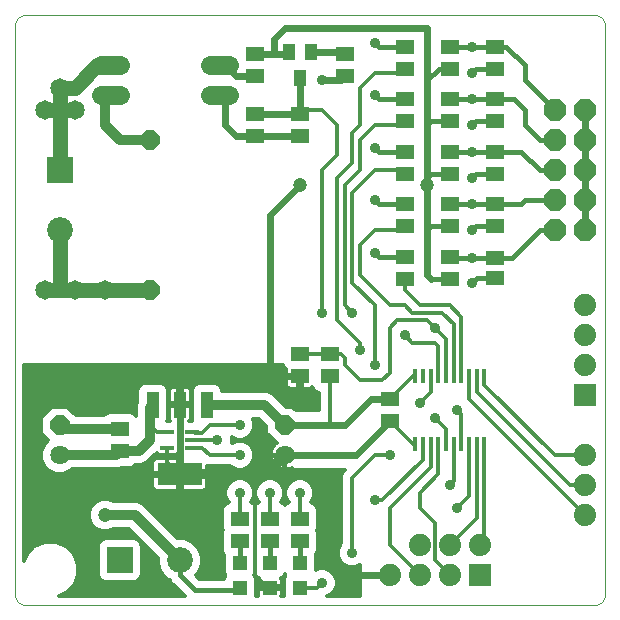
<source format=gtl>
G75*
G70*
%OFA0B0*%
%FSLAX24Y24*%
%IPPOS*%
%LPD*%
%AMOC8*
5,1,8,0,0,1.08239X$1,22.5*
%
%ADD10C,0.0000*%
%ADD11R,0.0118X0.0472*%
%ADD12R,0.0591X0.0512*%
%ADD13R,0.0472X0.0472*%
%ADD14R,0.1500X0.0760*%
%ADD15R,0.0420X0.0860*%
%ADD16R,0.0740X0.0740*%
%ADD17C,0.0740*%
%ADD18C,0.0640*%
%ADD19R,0.0860X0.0860*%
%ADD20C,0.0860*%
%ADD21OC8,0.0640*%
%ADD22OC8,0.0720*%
%ADD23R,0.0460X0.0140*%
%ADD24C,0.0640*%
%ADD25R,0.0394X0.0551*%
%ADD26C,0.0160*%
%ADD27C,0.0356*%
%ADD28C,0.0120*%
%ADD29C,0.0320*%
%ADD30C,0.0240*%
%ADD31C,0.0650*%
%ADD32C,0.0500*%
%ADD33C,0.0472*%
D10*
X000160Y000554D02*
X000160Y019451D01*
X000162Y019490D01*
X000168Y019528D01*
X000177Y019565D01*
X000190Y019602D01*
X000207Y019637D01*
X000226Y019670D01*
X000249Y019701D01*
X000275Y019730D01*
X000304Y019756D01*
X000335Y019779D01*
X000368Y019798D01*
X000403Y019815D01*
X000440Y019828D01*
X000477Y019837D01*
X000515Y019843D01*
X000554Y019845D01*
X019451Y019845D01*
X019490Y019843D01*
X019528Y019837D01*
X019565Y019828D01*
X019602Y019815D01*
X019637Y019798D01*
X019670Y019779D01*
X019701Y019756D01*
X019730Y019730D01*
X019756Y019701D01*
X019779Y019670D01*
X019798Y019637D01*
X019815Y019602D01*
X019828Y019565D01*
X019837Y019528D01*
X019843Y019490D01*
X019845Y019451D01*
X019845Y000554D01*
X019843Y000515D01*
X019837Y000477D01*
X019828Y000440D01*
X019815Y000403D01*
X019798Y000368D01*
X019779Y000335D01*
X019756Y000304D01*
X019730Y000275D01*
X019701Y000249D01*
X019670Y000226D01*
X019637Y000207D01*
X019602Y000190D01*
X019565Y000177D01*
X019528Y000168D01*
X019490Y000162D01*
X019451Y000160D01*
X000554Y000160D01*
X000515Y000162D01*
X000477Y000168D01*
X000440Y000177D01*
X000403Y000190D01*
X000368Y000207D01*
X000335Y000226D01*
X000304Y000249D01*
X000275Y000275D01*
X000249Y000304D01*
X000226Y000335D01*
X000207Y000368D01*
X000190Y000403D01*
X000177Y000440D01*
X000168Y000477D01*
X000162Y000515D01*
X000160Y000554D01*
D11*
X013508Y005518D03*
X013764Y005518D03*
X014020Y005518D03*
X014276Y005518D03*
X014532Y005518D03*
X014788Y005518D03*
X015044Y005518D03*
X015300Y005518D03*
X015556Y005518D03*
X015812Y005518D03*
X015812Y007802D03*
X015556Y007802D03*
X015300Y007802D03*
X015044Y007802D03*
X014788Y007802D03*
X014532Y007802D03*
X014276Y007802D03*
X014020Y007802D03*
X013764Y007802D03*
X013508Y007802D03*
D12*
X012660Y007034D03*
X012660Y006286D03*
X010660Y007786D03*
X010660Y008534D03*
X009660Y008534D03*
X009660Y007786D03*
X013160Y011036D03*
X013160Y011784D03*
X013160Y012786D03*
X013160Y013534D03*
X013160Y014536D03*
X013160Y015284D03*
X013160Y016286D03*
X013160Y017034D03*
X013160Y018036D03*
X013160Y018784D03*
X014660Y018784D03*
X014660Y018036D03*
X014660Y017034D03*
X014660Y016286D03*
X014660Y015284D03*
X014660Y014536D03*
X014660Y013534D03*
X014660Y012786D03*
X014660Y011784D03*
X014660Y011036D03*
X016160Y011075D03*
X016160Y011745D03*
X016160Y012786D03*
X016160Y013534D03*
X016160Y014536D03*
X016160Y015284D03*
X016160Y016286D03*
X016160Y017034D03*
X016160Y018036D03*
X016160Y018784D03*
X011160Y018534D03*
X011160Y017786D03*
X009660Y016534D03*
X009660Y015786D03*
X008160Y015786D03*
X008160Y016534D03*
X008160Y017786D03*
X008160Y018534D03*
X003660Y006034D03*
X003660Y005286D03*
X007660Y003034D03*
X007660Y002286D03*
X008660Y002286D03*
X008660Y003034D03*
X009660Y003034D03*
X009660Y002286D03*
D13*
X009660Y001573D03*
X009660Y000747D03*
X008660Y000747D03*
X008660Y001573D03*
X007660Y001573D03*
X007660Y000747D03*
D14*
X005660Y004518D03*
D15*
X005660Y006841D03*
X006566Y006841D03*
X004754Y006841D03*
D16*
X015660Y001160D03*
X019160Y007160D03*
D17*
X019160Y008160D03*
X019160Y009160D03*
X019160Y010160D03*
X019160Y005160D03*
X019160Y004160D03*
X019160Y003160D03*
X015660Y002160D03*
X014660Y002160D03*
X014660Y001160D03*
X013660Y001160D03*
X013660Y002160D03*
X012660Y001160D03*
D18*
X007300Y017160D02*
X006660Y017160D01*
X006660Y018160D02*
X007300Y018160D01*
X003660Y018160D02*
X003020Y018160D01*
X003020Y017160D02*
X003660Y017160D01*
D19*
X001660Y014660D03*
X003660Y001660D03*
D20*
X005660Y001660D03*
X001660Y012660D03*
D21*
X004660Y010660D03*
X001660Y006160D03*
X009160Y006160D03*
X004660Y015660D03*
D22*
X018160Y015660D03*
X018160Y014660D03*
X018160Y013660D03*
X018160Y012660D03*
X019160Y012660D03*
X019160Y013660D03*
X019160Y014660D03*
X019160Y015660D03*
X019160Y016660D03*
X018160Y016660D03*
D23*
X006070Y005920D03*
X006070Y005660D03*
X006070Y005400D03*
X005250Y005400D03*
X005250Y005920D03*
D24*
X001660Y005160D03*
X009160Y005160D03*
D25*
X009660Y017727D03*
X009286Y018593D03*
X010034Y018593D03*
D26*
X012160Y018910D02*
X012286Y018784D01*
X013160Y018784D01*
X014286Y018036D02*
X013910Y017660D01*
X014286Y018036D02*
X014660Y018036D01*
X014660Y018784D02*
X015410Y018784D01*
X016160Y018784D01*
X016536Y018784D01*
X017160Y018160D01*
X017160Y017660D01*
X018160Y016660D01*
X018160Y015660D02*
X017660Y015660D01*
X017160Y016160D01*
X017160Y016660D01*
X016786Y017034D01*
X016160Y017034D01*
X015410Y017034D01*
X014660Y017034D01*
X014660Y016286D02*
X014036Y016286D01*
X013910Y016160D01*
X013160Y017034D02*
X012286Y017034D01*
X012160Y017160D01*
X012160Y015410D02*
X012286Y015284D01*
X013160Y015284D01*
X014036Y014536D02*
X013910Y014410D01*
X014036Y014536D02*
X014660Y014536D01*
X014660Y015284D02*
X015410Y015284D01*
X016160Y015284D01*
X017036Y015284D01*
X017660Y014660D01*
X018160Y014660D01*
X018160Y013660D02*
X017160Y013660D01*
X017034Y013534D01*
X016160Y013534D01*
X015410Y013534D01*
X014660Y013534D01*
X014660Y012786D02*
X014036Y012786D01*
X013910Y012660D01*
X013160Y013534D02*
X012286Y013534D01*
X012160Y013660D01*
X012160Y011910D02*
X012286Y011784D01*
X013160Y011784D01*
X014036Y011036D02*
X014660Y011036D01*
X014699Y011745D02*
X015410Y011745D01*
X016160Y011745D01*
X016745Y011745D01*
X017660Y012660D01*
X018160Y012660D01*
X016160Y012786D02*
X015536Y012786D01*
X015410Y012660D01*
X014660Y011784D02*
X014699Y011745D01*
X015410Y010910D02*
X015575Y011075D01*
X016160Y011075D01*
X015410Y014410D02*
X015536Y014536D01*
X016160Y014536D01*
X015410Y016160D02*
X015536Y016286D01*
X016160Y016286D01*
X016160Y018036D02*
X015536Y018036D01*
X015410Y017910D01*
X009660Y002286D02*
X009660Y001573D01*
X008660Y001573D02*
X008660Y002286D01*
X007660Y002286D02*
X007660Y001573D01*
X007660Y000747D02*
X007573Y000660D01*
X006160Y000660D01*
X005660Y001160D01*
X005660Y001660D01*
D27*
X007660Y003910D03*
X008660Y003910D03*
X009660Y003910D03*
X007660Y005160D03*
X006910Y005660D03*
X007660Y006160D03*
X010410Y009910D03*
X011410Y009910D03*
X011660Y008660D03*
X012160Y008160D03*
X013160Y009160D03*
X014160Y009410D03*
X015410Y010910D03*
X015410Y011745D03*
X015410Y012660D03*
X015410Y013534D03*
X015410Y014410D03*
X015410Y015284D03*
X015410Y016160D03*
X015410Y017034D03*
X015410Y017910D03*
X015410Y018784D03*
X012160Y018910D03*
X010410Y017660D03*
X012160Y017160D03*
X012160Y015410D03*
X012160Y013660D03*
X012160Y011910D03*
X013660Y006910D03*
X014160Y006410D03*
X014910Y006660D03*
X012660Y005160D03*
X012160Y003660D03*
X011410Y001910D03*
X010410Y000910D03*
X014660Y004160D03*
X014910Y003410D03*
D28*
X015300Y003800D01*
X015300Y005518D01*
X015556Y005518D02*
X015556Y003056D01*
X014660Y002160D01*
X014160Y001660D02*
X014160Y002910D01*
X013660Y003410D01*
X013660Y003910D01*
X014276Y004526D01*
X014276Y005518D01*
X014020Y005518D02*
X014020Y004770D01*
X012660Y003410D01*
X012660Y002160D01*
X013660Y001160D01*
X014160Y001660D02*
X014660Y001160D01*
X015660Y002160D02*
X015812Y002312D01*
X015812Y005518D01*
X015044Y005518D02*
X015044Y006526D01*
X014910Y006660D01*
X015300Y007020D02*
X019160Y003160D01*
X019160Y004160D02*
X018660Y004160D01*
X015556Y007264D01*
X015556Y007802D01*
X015300Y007802D02*
X015300Y007020D01*
X015812Y007508D02*
X018160Y005160D01*
X019160Y005160D01*
X015812Y007508D02*
X015812Y007802D01*
X015044Y007802D02*
X015044Y009776D01*
X014660Y010160D01*
X013660Y010160D01*
X013160Y010660D01*
X013160Y011036D01*
X013160Y010160D02*
X012660Y010160D01*
X011660Y011160D01*
X011660Y012160D01*
X012160Y012660D01*
X013034Y012660D01*
X013160Y012786D01*
X011410Y013910D02*
X011410Y010910D01*
X012160Y010160D01*
X012160Y008160D01*
X012410Y007660D02*
X011660Y007660D01*
X011160Y008160D01*
X011160Y008410D01*
X011036Y008534D01*
X010660Y008534D01*
X009660Y008534D01*
X009089Y008160D02*
X009110Y008108D01*
X009195Y008024D01*
X009205Y008020D01*
X009205Y007846D01*
X009600Y007846D01*
X009600Y007726D01*
X009205Y007726D01*
X009205Y007509D01*
X009216Y007468D01*
X009237Y007432D01*
X009266Y007402D01*
X009303Y007381D01*
X009344Y007370D01*
X009600Y007370D01*
X009600Y007726D01*
X009720Y007726D01*
X009720Y007370D01*
X009976Y007370D01*
X010017Y007381D01*
X010054Y007402D01*
X010081Y007430D01*
X010110Y007360D01*
X010195Y007276D01*
X010300Y007232D01*
X010300Y006660D01*
X009537Y006660D01*
X009417Y006780D01*
X009191Y006780D01*
X008739Y007231D01*
X008570Y007301D01*
X007076Y007301D01*
X007076Y007331D01*
X007030Y007441D01*
X006945Y007525D01*
X006835Y007571D01*
X006296Y007571D01*
X006186Y007525D01*
X006101Y007441D01*
X006056Y007331D01*
X006056Y006351D01*
X006081Y006290D01*
X005975Y006290D01*
X005998Y006313D01*
X006019Y006349D01*
X006030Y006390D01*
X006030Y006796D01*
X006056Y006796D01*
X006030Y006796D02*
X005705Y006796D01*
X005705Y006886D01*
X006030Y006886D01*
X006030Y007292D01*
X006019Y007333D01*
X005998Y007369D01*
X005968Y007399D01*
X005932Y007420D01*
X005891Y007431D01*
X005705Y007431D01*
X005705Y006886D01*
X005615Y006886D01*
X005615Y006796D01*
X005290Y006796D01*
X005264Y006796D01*
X005290Y006796D02*
X005290Y006390D01*
X005301Y006349D01*
X005322Y006313D01*
X005345Y006290D01*
X005239Y006290D01*
X005264Y006351D01*
X005264Y007331D01*
X005219Y007441D01*
X005134Y007525D01*
X005024Y007571D01*
X004485Y007571D01*
X004375Y007525D01*
X004290Y007441D01*
X004244Y007331D01*
X004244Y006946D01*
X004200Y006838D01*
X004200Y006469D01*
X004125Y006544D01*
X004015Y006590D01*
X003305Y006590D01*
X003195Y006544D01*
X003145Y006494D01*
X002203Y006494D01*
X001917Y006780D01*
X001403Y006780D01*
X001040Y006417D01*
X001040Y005903D01*
X001283Y005660D01*
X001134Y005511D01*
X001040Y005283D01*
X001040Y005037D01*
X001134Y004809D01*
X001309Y004634D01*
X001537Y004540D01*
X001783Y004540D01*
X002011Y004634D01*
X002077Y004700D01*
X003626Y004700D01*
X003698Y004730D01*
X004015Y004730D01*
X004125Y004776D01*
X004175Y004826D01*
X004377Y004826D01*
X004547Y004896D01*
X004888Y005238D01*
X004892Y005232D01*
X004922Y005202D01*
X004958Y005181D01*
X004999Y005170D01*
X005250Y005170D01*
X005501Y005170D01*
X005542Y005181D01*
X005570Y005197D01*
X005586Y005160D01*
X005670Y005076D01*
X005720Y005055D01*
X005720Y004578D01*
X006570Y004578D01*
X006570Y004808D01*
X006588Y004800D01*
X007344Y004800D01*
X007389Y004755D01*
X007565Y004682D01*
X007755Y004682D01*
X007931Y004755D01*
X008065Y004889D01*
X008138Y005065D01*
X008138Y005255D01*
X008065Y005431D01*
X007931Y005565D01*
X007755Y005638D01*
X007565Y005638D01*
X007389Y005565D01*
X007388Y005564D01*
X007388Y005565D01*
X007388Y005755D01*
X007388Y005756D01*
X007389Y005755D01*
X007565Y005682D01*
X007755Y005682D01*
X007931Y005755D01*
X008065Y005889D01*
X008138Y006065D01*
X008138Y006255D01*
X008086Y006381D01*
X008288Y006381D01*
X008540Y006129D01*
X008540Y005903D01*
X008888Y005555D01*
X008847Y005526D01*
X008794Y005473D01*
X008749Y005412D01*
X008715Y005344D01*
X008692Y005272D01*
X008680Y005198D01*
X008680Y005180D01*
X009140Y005180D01*
X009140Y005140D01*
X009180Y005140D01*
X009180Y004680D01*
X009198Y004680D01*
X009272Y004692D01*
X009344Y004715D01*
X009410Y004749D01*
X009410Y004660D01*
X011151Y004660D01*
X011105Y004614D01*
X011050Y004482D01*
X011050Y002226D01*
X011005Y002181D01*
X010932Y002005D01*
X010932Y001815D01*
X011005Y001639D01*
X011139Y001505D01*
X011315Y001432D01*
X011505Y001432D01*
X011660Y001496D01*
X011660Y000460D01*
X010573Y000460D01*
X010681Y000505D01*
X010815Y000639D01*
X010888Y000815D01*
X010888Y001005D01*
X010815Y001181D01*
X010681Y001315D01*
X010505Y001388D01*
X010315Y001388D01*
X010196Y001339D01*
X010196Y001847D01*
X010210Y001860D01*
X010255Y001970D01*
X010255Y002602D01*
X010231Y002660D01*
X010255Y002718D01*
X010255Y003350D01*
X010210Y003460D01*
X010125Y003544D01*
X010020Y003588D01*
X010020Y003594D01*
X010065Y003639D01*
X010138Y003815D01*
X010138Y004005D01*
X010065Y004181D01*
X009931Y004315D01*
X009755Y004388D01*
X009565Y004388D01*
X009389Y004315D01*
X009255Y004181D01*
X009182Y004005D01*
X009182Y003815D01*
X009255Y003639D01*
X009300Y003594D01*
X009300Y003588D01*
X009195Y003544D01*
X009160Y003509D01*
X009125Y003544D01*
X009020Y003588D01*
X009020Y003594D01*
X009065Y003639D01*
X009138Y003815D01*
X009138Y004005D01*
X009065Y004181D01*
X008931Y004315D01*
X008755Y004388D01*
X008565Y004388D01*
X008389Y004315D01*
X008255Y004181D01*
X008182Y004005D01*
X008182Y003815D01*
X008255Y003639D01*
X008300Y003594D01*
X008300Y003588D01*
X008195Y003544D01*
X008160Y003509D01*
X008125Y003544D01*
X008020Y003588D01*
X008020Y003594D01*
X008065Y003639D01*
X008138Y003815D01*
X008138Y004005D01*
X008065Y004181D01*
X007931Y004315D01*
X007755Y004388D01*
X007565Y004388D01*
X007389Y004315D01*
X007255Y004181D01*
X007182Y004005D01*
X007182Y003815D01*
X007255Y003639D01*
X007300Y003594D01*
X007300Y003588D01*
X007195Y003544D01*
X007110Y003460D01*
X007065Y003350D01*
X007065Y002718D01*
X007089Y002660D01*
X007065Y002602D01*
X007065Y001970D01*
X007110Y001860D01*
X007124Y001847D01*
X007124Y001277D01*
X007169Y001167D01*
X007177Y001160D01*
X007169Y001153D01*
X007124Y001043D01*
X007124Y001040D01*
X006317Y001040D01*
X006195Y001163D01*
X006279Y001246D01*
X006390Y001515D01*
X006390Y001805D01*
X006279Y002074D01*
X006074Y002279D01*
X005805Y002390D01*
X005581Y002390D01*
X004550Y003421D01*
X004421Y003550D01*
X004251Y003620D01*
X003451Y003620D01*
X003267Y003696D01*
X003053Y003696D01*
X002856Y003615D01*
X002705Y003464D01*
X002624Y003267D01*
X002624Y003053D01*
X002705Y002856D01*
X002856Y002705D01*
X003053Y002624D01*
X003267Y002624D01*
X003451Y002700D01*
X003969Y002700D01*
X004930Y001739D01*
X004930Y001515D01*
X005041Y001246D01*
X005246Y001041D01*
X005309Y001015D01*
X005338Y000945D01*
X005823Y000460D01*
X001644Y000460D01*
X001868Y000553D01*
X002129Y000814D01*
X002271Y001156D01*
X002271Y001526D01*
X002129Y001868D01*
X001868Y002129D01*
X001526Y002271D01*
X001156Y002271D01*
X000814Y002129D01*
X000553Y001868D01*
X000460Y001644D01*
X000460Y008160D01*
X009089Y008160D01*
X009119Y008100D02*
X000460Y008100D01*
X000460Y007981D02*
X009205Y007981D01*
X009205Y007863D02*
X000460Y007863D01*
X000460Y007744D02*
X009600Y007744D01*
X009600Y007626D02*
X009720Y007626D01*
X009720Y007507D02*
X009600Y007507D01*
X009600Y007389D02*
X009720Y007389D01*
X010030Y007389D02*
X010099Y007389D01*
X010209Y007270D02*
X008645Y007270D01*
X008819Y007152D02*
X010300Y007152D01*
X010300Y007033D02*
X008938Y007033D01*
X009056Y006915D02*
X010300Y006915D01*
X010300Y006796D02*
X009175Y006796D01*
X009519Y006678D02*
X010300Y006678D01*
X010660Y006160D02*
X010660Y007786D01*
X011660Y008660D02*
X011660Y008910D01*
X010910Y009660D01*
X010910Y014410D01*
X011410Y014910D01*
X011410Y015910D01*
X011660Y016160D01*
X011660Y017410D01*
X012160Y017910D01*
X013034Y017910D01*
X013160Y018036D01*
X013160Y016286D02*
X013034Y016160D01*
X012160Y016160D01*
X011660Y015660D01*
X011660Y014660D01*
X011160Y014160D01*
X011160Y010160D01*
X011410Y009910D01*
X010410Y009910D02*
X010410Y014660D01*
X010910Y015160D01*
X010910Y016160D01*
X010410Y016660D01*
X009786Y016660D01*
X009660Y016534D01*
X012160Y014660D02*
X011410Y013910D01*
X012160Y014660D02*
X013036Y014660D01*
X013160Y014536D01*
X013160Y010160D02*
X013410Y009910D01*
X014410Y009910D01*
X014788Y009532D01*
X014788Y007802D01*
X014532Y007802D02*
X014532Y009038D01*
X014160Y009410D01*
X013910Y009660D01*
X012910Y009660D01*
X012660Y009410D01*
X012660Y007910D01*
X012410Y007660D01*
X012660Y007034D02*
X013428Y007802D01*
X013508Y007802D01*
X014020Y007802D02*
X014020Y007270D01*
X013660Y006910D01*
X014160Y006410D02*
X014532Y006038D01*
X014532Y005518D01*
X014788Y005518D02*
X014788Y004288D01*
X014660Y004160D01*
X013764Y005014D02*
X012410Y003660D01*
X012160Y003660D01*
X011410Y004410D02*
X012160Y005160D01*
X012660Y005160D01*
X013428Y005518D02*
X013508Y005518D01*
X013428Y005518D02*
X012660Y006286D01*
X013764Y005518D02*
X013764Y005014D01*
X011410Y004410D02*
X011410Y001910D01*
X011239Y001464D02*
X010196Y001464D01*
X010196Y001582D02*
X011062Y001582D01*
X010979Y001701D02*
X010196Y001701D01*
X010196Y001819D02*
X010932Y001819D01*
X010932Y001938D02*
X010242Y001938D01*
X010255Y002056D02*
X010953Y002056D01*
X011002Y002175D02*
X010255Y002175D01*
X010255Y002293D02*
X011050Y002293D01*
X011050Y002412D02*
X010255Y002412D01*
X010255Y002530D02*
X011050Y002530D01*
X011050Y002649D02*
X010236Y002649D01*
X010255Y002767D02*
X011050Y002767D01*
X011050Y002886D02*
X010255Y002886D01*
X010255Y003004D02*
X011050Y003004D01*
X011050Y003123D02*
X010255Y003123D01*
X010255Y003241D02*
X011050Y003241D01*
X011050Y003360D02*
X010251Y003360D01*
X010191Y003478D02*
X011050Y003478D01*
X011050Y003597D02*
X010023Y003597D01*
X010097Y003715D02*
X011050Y003715D01*
X011050Y003834D02*
X010138Y003834D01*
X010138Y003952D02*
X011050Y003952D01*
X011050Y004071D02*
X010111Y004071D01*
X010057Y004189D02*
X011050Y004189D01*
X011050Y004308D02*
X009939Y004308D01*
X009660Y003910D02*
X009660Y003034D01*
X009297Y003597D02*
X009023Y003597D01*
X009097Y003715D02*
X009223Y003715D01*
X009182Y003834D02*
X009138Y003834D01*
X009138Y003952D02*
X009182Y003952D01*
X009209Y004071D02*
X009111Y004071D01*
X009057Y004189D02*
X009263Y004189D01*
X009381Y004308D02*
X008939Y004308D01*
X009048Y004692D02*
X008976Y004715D01*
X008908Y004749D01*
X008847Y004794D01*
X008794Y004847D01*
X008749Y004908D01*
X008715Y004976D01*
X008692Y005048D01*
X008680Y005122D01*
X008680Y005140D01*
X009140Y005140D01*
X009140Y004680D01*
X009122Y004680D01*
X009048Y004692D01*
X009140Y004782D02*
X009180Y004782D01*
X009180Y004900D02*
X009140Y004900D01*
X009140Y005019D02*
X009180Y005019D01*
X009180Y005137D02*
X009140Y005137D01*
X008864Y004782D02*
X007958Y004782D01*
X008070Y004900D02*
X008756Y004900D01*
X008701Y005019D02*
X008119Y005019D01*
X008138Y005137D02*
X008680Y005137D01*
X008689Y005256D02*
X008138Y005256D01*
X008089Y005374D02*
X008730Y005374D01*
X008814Y005493D02*
X008004Y005493D01*
X007821Y005611D02*
X008832Y005611D01*
X008714Y005730D02*
X007870Y005730D01*
X008024Y005848D02*
X008595Y005848D01*
X008540Y005967D02*
X008097Y005967D01*
X008138Y006085D02*
X008540Y006085D01*
X008466Y006204D02*
X008138Y006204D01*
X008110Y006322D02*
X008347Y006322D01*
X007660Y006160D02*
X006660Y006160D01*
X006410Y005910D01*
X006160Y005910D01*
X006070Y005660D02*
X006910Y005660D01*
X007388Y005611D02*
X007499Y005611D01*
X007450Y005730D02*
X007388Y005730D01*
X007660Y005160D02*
X006660Y005160D01*
X006410Y005410D01*
X006160Y005410D01*
X005720Y005019D02*
X005600Y005019D01*
X005600Y005058D02*
X004889Y005058D01*
X004848Y005047D01*
X004812Y005026D01*
X004782Y004997D01*
X004761Y004960D01*
X004750Y004919D01*
X004750Y004578D01*
X005600Y004578D01*
X005600Y004458D01*
X005720Y004458D01*
X005720Y003978D01*
X006431Y003978D01*
X006472Y003989D01*
X006508Y004010D01*
X006538Y004040D01*
X006559Y004077D01*
X006570Y004117D01*
X006570Y004458D01*
X005720Y004458D01*
X005720Y004578D01*
X005600Y004578D01*
X005600Y005058D01*
X005609Y005137D02*
X004788Y005137D01*
X004804Y005019D02*
X004669Y005019D01*
X004750Y004900D02*
X004551Y004900D01*
X004750Y004782D02*
X004131Y004782D01*
X004750Y004663D02*
X002040Y004663D01*
X001794Y004545D02*
X005600Y004545D01*
X005660Y004518D02*
X005250Y004928D01*
X005250Y005400D01*
X005250Y005170D01*
X005250Y005400D01*
X005250Y005400D01*
X005250Y005374D02*
X005250Y005374D01*
X005250Y005256D02*
X005250Y005256D01*
X005600Y004900D02*
X005720Y004900D01*
X005720Y004782D02*
X005600Y004782D01*
X005600Y004663D02*
X005720Y004663D01*
X005720Y004545D02*
X011076Y004545D01*
X011050Y004426D02*
X006570Y004426D01*
X006570Y004308D02*
X007381Y004308D01*
X007263Y004189D02*
X006570Y004189D01*
X006556Y004071D02*
X007209Y004071D01*
X007182Y003952D02*
X000460Y003952D01*
X000460Y003834D02*
X007182Y003834D01*
X007223Y003715D02*
X000460Y003715D01*
X000460Y003597D02*
X002838Y003597D01*
X002720Y003478D02*
X000460Y003478D01*
X000460Y003360D02*
X002662Y003360D01*
X002624Y003241D02*
X000460Y003241D01*
X000460Y003123D02*
X002624Y003123D01*
X002644Y003004D02*
X000460Y003004D01*
X000460Y002886D02*
X002693Y002886D01*
X002795Y002767D02*
X000460Y002767D01*
X000460Y002649D02*
X002994Y002649D01*
X003060Y002344D02*
X002976Y002260D01*
X002930Y002150D01*
X002930Y001170D01*
X002976Y001060D01*
X003060Y000976D01*
X003170Y000930D01*
X004150Y000930D01*
X004260Y000976D01*
X004344Y001060D01*
X004390Y001170D01*
X004390Y002150D01*
X004344Y002260D01*
X004260Y002344D01*
X004150Y002390D01*
X003170Y002390D01*
X003060Y002344D01*
X003009Y002293D02*
X000460Y002293D01*
X000460Y002175D02*
X000923Y002175D01*
X000741Y002056D02*
X000460Y002056D01*
X000460Y001938D02*
X000622Y001938D01*
X000533Y001819D02*
X000460Y001819D01*
X000460Y001701D02*
X000483Y001701D01*
X000460Y002412D02*
X004258Y002412D01*
X004311Y002293D02*
X004376Y002293D01*
X004380Y002175D02*
X004495Y002175D01*
X004390Y002056D02*
X004613Y002056D01*
X004732Y001938D02*
X004390Y001938D01*
X004390Y001819D02*
X004850Y001819D01*
X004930Y001701D02*
X004390Y001701D01*
X004390Y001582D02*
X004930Y001582D01*
X004951Y001464D02*
X004390Y001464D01*
X004390Y001345D02*
X005000Y001345D01*
X005061Y001227D02*
X004390Y001227D01*
X004364Y001108D02*
X005180Y001108D01*
X005319Y000990D02*
X004274Y000990D01*
X005412Y000871D02*
X002153Y000871D01*
X002202Y000990D02*
X003046Y000990D01*
X002956Y001108D02*
X002251Y001108D01*
X002271Y001227D02*
X002930Y001227D01*
X002930Y001345D02*
X002271Y001345D01*
X002271Y001464D02*
X002930Y001464D01*
X002930Y001582D02*
X002248Y001582D01*
X002199Y001701D02*
X002930Y001701D01*
X002930Y001819D02*
X002150Y001819D01*
X002060Y001938D02*
X002930Y001938D01*
X002930Y002056D02*
X001941Y002056D01*
X001759Y002175D02*
X002940Y002175D01*
X003326Y002649D02*
X004021Y002649D01*
X004139Y002530D02*
X000460Y002530D01*
X000460Y004071D02*
X004764Y004071D01*
X004761Y004077D02*
X004782Y004040D01*
X004812Y004010D01*
X004848Y003989D01*
X004889Y003978D01*
X005600Y003978D01*
X005600Y004458D01*
X004750Y004458D01*
X004750Y004117D01*
X004761Y004077D01*
X004750Y004189D02*
X000460Y004189D01*
X000460Y004308D02*
X004750Y004308D01*
X004750Y004426D02*
X000460Y004426D01*
X000460Y004545D02*
X001526Y004545D01*
X001280Y004663D02*
X000460Y004663D01*
X000460Y004782D02*
X001162Y004782D01*
X001097Y004900D02*
X000460Y004900D01*
X000460Y005019D02*
X001048Y005019D01*
X001040Y005137D02*
X000460Y005137D01*
X000460Y005256D02*
X001040Y005256D01*
X001078Y005374D02*
X000460Y005374D01*
X000460Y005493D02*
X001127Y005493D01*
X001234Y005611D02*
X000460Y005611D01*
X000460Y005730D02*
X001214Y005730D01*
X001095Y005848D02*
X000460Y005848D01*
X000460Y005967D02*
X001040Y005967D01*
X001040Y006085D02*
X000460Y006085D01*
X000460Y006204D02*
X001040Y006204D01*
X001040Y006322D02*
X000460Y006322D01*
X000460Y006441D02*
X001064Y006441D01*
X001182Y006559D02*
X000460Y006559D01*
X000460Y006678D02*
X001301Y006678D01*
X002019Y006678D02*
X004200Y006678D01*
X004200Y006796D02*
X000460Y006796D01*
X000460Y006915D02*
X004232Y006915D01*
X004244Y007033D02*
X000460Y007033D01*
X000460Y007152D02*
X004244Y007152D01*
X004244Y007270D02*
X000460Y007270D01*
X000460Y007389D02*
X004268Y007389D01*
X004356Y007507D02*
X000460Y007507D01*
X000460Y007626D02*
X009205Y007626D01*
X009205Y007507D02*
X006964Y007507D01*
X007052Y007389D02*
X009290Y007389D01*
X009410Y004663D02*
X006570Y004663D01*
X006570Y004782D02*
X007362Y004782D01*
X007939Y004308D02*
X008381Y004308D01*
X008263Y004189D02*
X008057Y004189D01*
X008111Y004071D02*
X008209Y004071D01*
X008182Y003952D02*
X008138Y003952D01*
X008138Y003834D02*
X008182Y003834D01*
X008223Y003715D02*
X008097Y003715D01*
X008023Y003597D02*
X008297Y003597D01*
X008660Y003910D02*
X008660Y003034D01*
X007660Y003034D02*
X007660Y003910D01*
X007297Y003597D02*
X004308Y003597D01*
X004493Y003478D02*
X007129Y003478D01*
X007069Y003360D02*
X004611Y003360D01*
X004730Y003241D02*
X007065Y003241D01*
X007065Y003123D02*
X004848Y003123D01*
X004967Y003004D02*
X007065Y003004D01*
X007065Y002886D02*
X005085Y002886D01*
X005204Y002767D02*
X007065Y002767D01*
X007084Y002649D02*
X005322Y002649D01*
X005441Y002530D02*
X007065Y002530D01*
X007065Y002412D02*
X005559Y002412D01*
X006039Y002293D02*
X007065Y002293D01*
X007065Y002175D02*
X006178Y002175D01*
X006286Y002056D02*
X007065Y002056D01*
X007078Y001938D02*
X006335Y001938D01*
X006384Y001819D02*
X007124Y001819D01*
X007124Y001701D02*
X006390Y001701D01*
X006390Y001582D02*
X007124Y001582D01*
X007124Y001464D02*
X006369Y001464D01*
X006320Y001345D02*
X007124Y001345D01*
X007145Y001227D02*
X006259Y001227D01*
X006249Y001108D02*
X007151Y001108D01*
X008143Y001160D02*
X008151Y001167D01*
X008160Y001190D01*
X008169Y001167D01*
X008254Y001083D01*
X008288Y001068D01*
X008275Y001045D01*
X008264Y001004D01*
X008264Y000805D01*
X008602Y000805D01*
X008602Y000689D01*
X008264Y000689D01*
X008264Y000489D01*
X008272Y000460D01*
X008196Y000460D01*
X008196Y001043D01*
X008151Y001153D01*
X008143Y001160D01*
X008160Y001160D02*
X008160Y004518D01*
X006068Y006322D02*
X006003Y006322D01*
X006030Y006441D02*
X006056Y006441D01*
X006056Y006559D02*
X006030Y006559D01*
X006030Y006678D02*
X006056Y006678D01*
X006056Y006915D02*
X006030Y006915D01*
X006030Y007033D02*
X006056Y007033D01*
X006056Y007152D02*
X006030Y007152D01*
X006030Y007270D02*
X006056Y007270D01*
X006079Y007389D02*
X005979Y007389D01*
X006167Y007507D02*
X005153Y007507D01*
X005241Y007389D02*
X005341Y007389D01*
X005352Y007399D02*
X005322Y007369D01*
X005301Y007333D01*
X005290Y007292D01*
X005290Y006886D01*
X005615Y006886D01*
X005615Y007431D01*
X005429Y007431D01*
X005388Y007420D01*
X005352Y007399D01*
X005290Y007270D02*
X005264Y007270D01*
X005264Y007152D02*
X005290Y007152D01*
X005290Y007033D02*
X005264Y007033D01*
X005264Y006915D02*
X005290Y006915D01*
X005290Y006678D02*
X005264Y006678D01*
X005264Y006559D02*
X005290Y006559D01*
X005290Y006441D02*
X005264Y006441D01*
X005252Y006322D02*
X005317Y006322D01*
X005250Y005920D02*
X004900Y005920D01*
X004660Y006160D01*
X004200Y006559D02*
X004090Y006559D01*
X003230Y006559D02*
X002138Y006559D01*
X005600Y004426D02*
X005720Y004426D01*
X005720Y004308D02*
X005600Y004308D01*
X005600Y004189D02*
X005720Y004189D01*
X005720Y004071D02*
X005600Y004071D01*
X005615Y006915D02*
X005705Y006915D01*
X005705Y007033D02*
X005615Y007033D01*
X005615Y007152D02*
X005705Y007152D01*
X005705Y007270D02*
X005615Y007270D01*
X005615Y007389D02*
X005705Y007389D01*
X011581Y001464D02*
X011660Y001464D01*
X011660Y001345D02*
X010609Y001345D01*
X010770Y001227D02*
X011660Y001227D01*
X011660Y001108D02*
X010845Y001108D01*
X010888Y000990D02*
X011660Y000990D01*
X011660Y000871D02*
X010888Y000871D01*
X010862Y000753D02*
X011660Y000753D01*
X011660Y000634D02*
X010810Y000634D01*
X010692Y000516D02*
X011660Y000516D01*
X010410Y000910D02*
X010247Y000747D01*
X009660Y000747D01*
X009124Y000753D02*
X008718Y000753D01*
X008718Y000805D02*
X008718Y000689D01*
X009056Y000689D01*
X009056Y000489D01*
X009048Y000460D01*
X009124Y000460D01*
X009124Y001043D01*
X009169Y001153D01*
X009177Y001160D01*
X009169Y001167D01*
X009160Y001190D01*
X009151Y001167D01*
X009066Y001083D01*
X009032Y001068D01*
X009045Y001045D01*
X009056Y001004D01*
X009056Y000805D01*
X008718Y000805D01*
X008660Y000747D02*
X008573Y000747D01*
X008160Y001160D01*
X008169Y001108D02*
X008229Y001108D01*
X008196Y000990D02*
X008264Y000990D01*
X008264Y000871D02*
X008196Y000871D01*
X008196Y000753D02*
X008602Y000753D01*
X008264Y000634D02*
X008196Y000634D01*
X008196Y000516D02*
X008264Y000516D01*
X009056Y000516D02*
X009124Y000516D01*
X009124Y000634D02*
X009056Y000634D01*
X009056Y000871D02*
X009124Y000871D01*
X009124Y000990D02*
X009056Y000990D01*
X009091Y001108D02*
X009151Y001108D01*
X010196Y001345D02*
X010211Y001345D01*
X005767Y000516D02*
X001778Y000516D01*
X001949Y000634D02*
X005649Y000634D01*
X005530Y000753D02*
X002068Y000753D01*
X013160Y009160D02*
X013410Y008910D01*
X014160Y008910D01*
X014276Y008794D01*
X014276Y007802D01*
D29*
X009160Y006160D02*
X008479Y006841D01*
X006566Y006841D01*
X004754Y006841D02*
X004660Y006747D01*
X004660Y006160D01*
X004660Y005660D01*
X004286Y005286D01*
X003660Y005286D01*
X003534Y005160D01*
X001660Y005160D01*
X001786Y006034D02*
X001660Y006160D01*
X001786Y006034D02*
X003660Y006034D01*
X005660Y004518D02*
X008160Y004518D01*
X008518Y004518D01*
X009160Y005160D01*
X005660Y001660D02*
X004160Y003160D01*
X003160Y003160D01*
X003660Y015660D02*
X003160Y016160D01*
X003160Y017160D01*
X003660Y017160D01*
X003660Y015660D02*
X004660Y015660D01*
D30*
X006660Y017160D02*
X007160Y017160D01*
X007160Y016160D01*
X007534Y015786D01*
X008160Y015786D01*
X009660Y015786D01*
X009660Y016534D02*
X009660Y017727D01*
X010410Y017660D02*
X011034Y017660D01*
X011160Y017786D01*
X011160Y018534D02*
X011101Y018593D01*
X010034Y018593D01*
X009286Y018593D02*
X009227Y018534D01*
X008797Y018534D01*
X008797Y019047D01*
X009160Y019410D01*
X013910Y019410D01*
X013910Y017660D01*
X013910Y016160D01*
X013910Y014410D01*
X013910Y014160D01*
X013910Y012660D01*
X013910Y011162D01*
X014036Y011036D01*
X012660Y007034D02*
X012034Y007034D01*
X011160Y006160D01*
X010660Y006160D01*
X009160Y006160D01*
X009160Y005160D02*
X011534Y005160D01*
X012660Y006286D01*
X010660Y004160D02*
X010302Y004518D01*
X008160Y004518D01*
X005660Y004518D02*
X005660Y006841D01*
X005660Y007660D01*
X005786Y007786D01*
X008660Y007786D01*
X008660Y013160D01*
X009660Y014160D01*
X009660Y016534D02*
X008160Y016534D01*
X008160Y017786D02*
X007534Y017786D01*
X007160Y018160D01*
X006660Y018160D01*
X008160Y018534D02*
X008797Y018534D01*
X019160Y016660D02*
X019160Y012660D01*
X010660Y004160D02*
X010660Y001660D01*
X011160Y001160D01*
X012660Y001160D01*
X009660Y007786D02*
X008660Y007786D01*
D31*
X003160Y010660D03*
X002160Y010660D03*
X001160Y010660D03*
X001160Y016660D03*
X001660Y017410D03*
X002160Y016660D03*
D32*
X001660Y016660D01*
X001660Y017410D01*
X002160Y017410D01*
X002910Y018160D01*
X003660Y018160D01*
X001660Y016660D02*
X001660Y014660D01*
X001660Y012660D02*
X001660Y010660D01*
X002160Y010660D01*
X003160Y010660D01*
X004660Y010660D01*
X001660Y010660D02*
X001160Y010660D01*
X001160Y016660D02*
X001660Y016660D01*
D33*
X009660Y014160D03*
X013910Y014160D03*
X003160Y003160D03*
M02*

</source>
